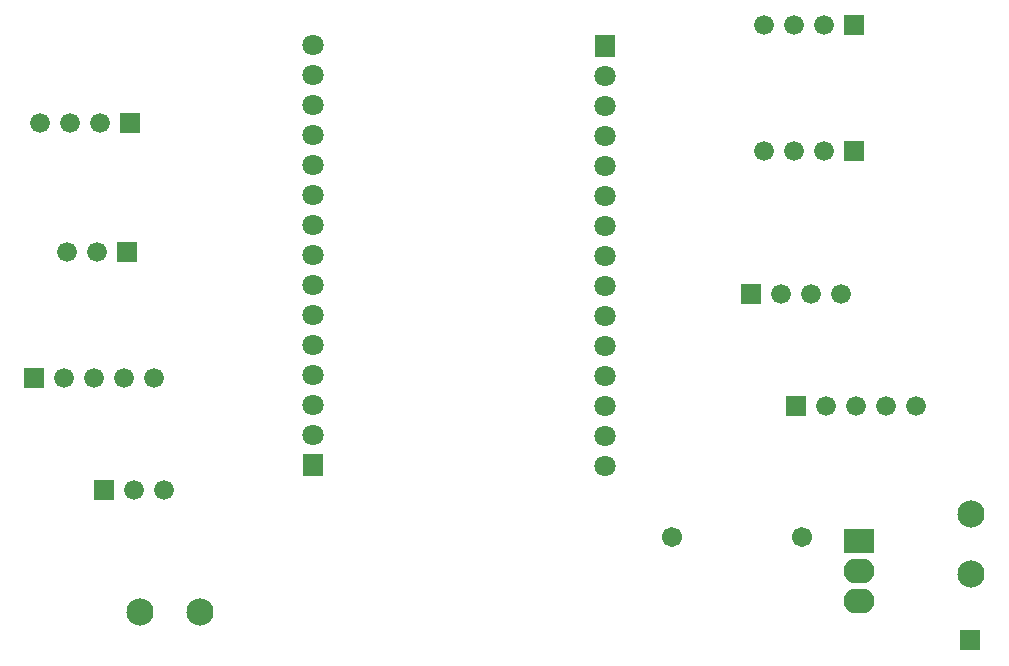
<source format=gbs>
G04 Layer: BottomSolderMaskLayer*
G04 EasyEDA v6.5.47, 2024-09-30 22:34:30*
G04 bdf4dfcfd05a44bdb46dd20b3567a466,39c71444916b4af6a8c7195bd55d5f94,10*
G04 Gerber Generator version 0.2*
G04 Scale: 100 percent, Rotated: No, Reflected: No *
G04 Dimensions in millimeters *
G04 leading zeros omitted , absolute positions ,4 integer and 5 decimal *
%FSLAX45Y45*%
%MOMM*%

%AMMACRO1*4,1,8,-0.8085,-0.8382,-0.8382,-0.8082,-0.8382,0.8085,-0.8085,0.8382,0.8082,0.8382,0.8382,0.8085,0.8382,-0.8082,0.8082,-0.8382,-0.8085,-0.8382,0*%
%AMMACRO2*4,1,8,-0.8085,-0.9008,-0.8382,-0.8708,-0.8382,0.8711,-0.8085,0.9008,0.8082,0.9008,0.8382,0.8711,0.8382,-0.8708,0.8082,-0.9008,-0.8085,-0.9008,0*%
%AMMACRO3*4,1,8,-1.2708,-1.0516,-1.3005,-1.0216,-1.3005,1.0218,-1.2708,1.0516,1.2705,1.0516,1.3005,1.0218,1.3005,-1.0216,1.2705,-1.0516,-1.2708,-1.0516,0*%
%ADD10C,1.6764*%
%ADD11MACRO1*%
%ADD12C,1.8016*%
%ADD13MACRO2*%
%ADD14C,2.3016*%
%ADD15MACRO3*%
%ADD16O,2.601595X2.101596*%
%ADD17C,1.7016*%

%LPD*%
D10*
G01*
X2984500Y6096000D03*
G01*
X2730500Y6096000D03*
G01*
X2476500Y6096000D03*
G01*
X2222500Y6096000D03*
D11*
G01*
X1968500Y6096000D03*
D10*
G01*
X9436100Y5854700D03*
G01*
X9182100Y5854700D03*
G01*
X8928100Y5854700D03*
G01*
X8674100Y5854700D03*
D11*
G01*
X8420100Y5854700D03*
G01*
X8915400Y8013700D03*
D10*
G01*
X8661400Y8013700D03*
G01*
X8407400Y8013700D03*
G01*
X8153400Y8013700D03*
D11*
G01*
X8039100Y6807200D03*
D10*
G01*
X8293100Y6807200D03*
G01*
X8547100Y6807200D03*
G01*
X8801100Y6807200D03*
D11*
G01*
X2781300Y8255000D03*
D10*
G01*
X2527300Y8255000D03*
G01*
X2273300Y8255000D03*
G01*
X2019300Y8255000D03*
D11*
G01*
X8915400Y9080500D03*
D10*
G01*
X8661400Y9080500D03*
G01*
X8407400Y9080500D03*
G01*
X8153400Y9080500D03*
D11*
G01*
X2565400Y5143500D03*
D10*
G01*
X2819400Y5143500D03*
G01*
X3073400Y5143500D03*
D11*
G01*
X2755900Y7162800D03*
D10*
G01*
X2501900Y7162800D03*
G01*
X2247900Y7162800D03*
D11*
G01*
X9893300Y3873500D03*
D12*
G01*
X4330700Y8915400D03*
G01*
X4330700Y8661400D03*
G01*
X4330700Y8407400D03*
G01*
X4330700Y8153400D03*
G01*
X4330700Y7899400D03*
G01*
X4330700Y7645400D03*
G01*
X4330700Y7391400D03*
G01*
X4330700Y7137400D03*
G01*
X4330700Y6883400D03*
G01*
X4330700Y6629400D03*
G01*
X4330700Y6375400D03*
G01*
X4330700Y6121400D03*
G01*
X4330700Y5867400D03*
G01*
X4330700Y5613400D03*
D13*
G01*
X4330700Y5359387D03*
D12*
G01*
X6807200Y5346700D03*
G01*
X6807200Y5600700D03*
G01*
X6807200Y5854700D03*
G01*
X6807200Y6108700D03*
G01*
X6807200Y6362700D03*
G01*
X6807200Y6616700D03*
G01*
X6807200Y6870700D03*
G01*
X6807200Y7124700D03*
G01*
X6807200Y7378700D03*
G01*
X6807200Y7632700D03*
G01*
X6807200Y7886700D03*
G01*
X6807200Y8140700D03*
G01*
X6807200Y8394700D03*
G01*
X6807200Y8648700D03*
D13*
G01*
X6807200Y8902687D03*
D14*
G01*
X9906000Y4432300D03*
G01*
X9906000Y4940300D03*
G01*
X2870200Y4114800D03*
G01*
X3378200Y4114800D03*
D15*
G01*
X8953500Y4711700D03*
D16*
G01*
X8953500Y4203700D03*
G01*
X8953500Y4457700D03*
D17*
G01*
X7374813Y4749800D03*
G01*
X8474811Y4749800D03*
M02*

</source>
